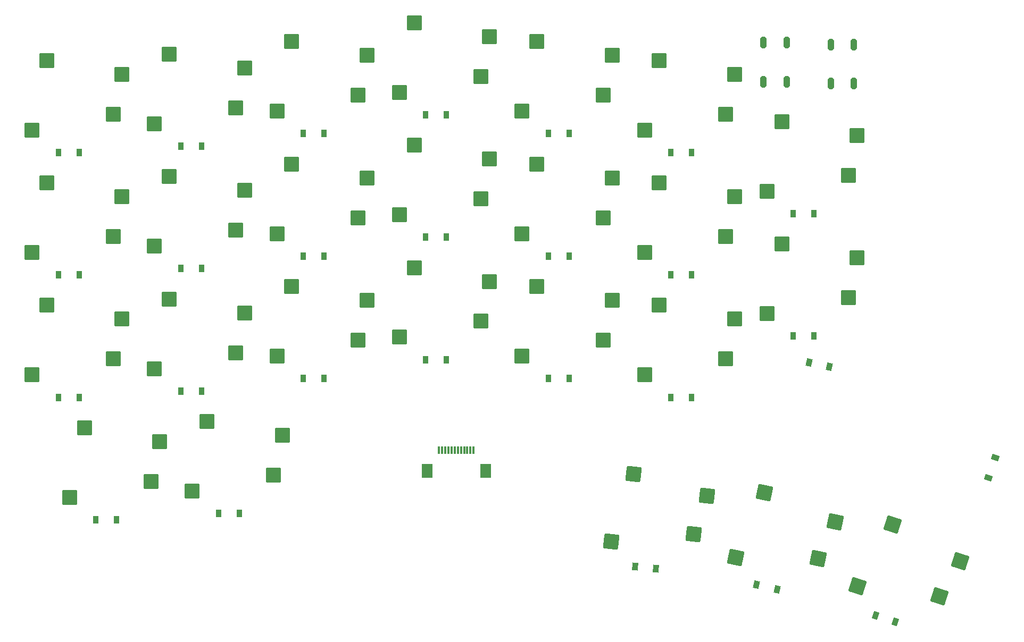
<source format=gbr>
%TF.GenerationSoftware,KiCad,Pcbnew,8.0.3+1*%
%TF.CreationDate,2024-08-06T22:55:28-04:00*%
%TF.ProjectId,iyada_flip,69796164-615f-4666-9c69-702e6b696361,rev?*%
%TF.SameCoordinates,Original*%
%TF.FileFunction,Paste,Bot*%
%TF.FilePolarity,Positive*%
%FSLAX46Y46*%
G04 Gerber Fmt 4.6, Leading zero omitted, Abs format (unit mm)*
G04 Created by KiCad (PCBNEW 8.0.3+1) date 2024-08-06 22:55:28*
%MOMM*%
%LPD*%
G01*
G04 APERTURE LIST*
G04 Aperture macros list*
%AMRoundRect*
0 Rectangle with rounded corners*
0 $1 Rounding radius*
0 $2 $3 $4 $5 $6 $7 $8 $9 X,Y pos of 4 corners*
0 Add a 4 corners polygon primitive as box body*
4,1,4,$2,$3,$4,$5,$6,$7,$8,$9,$2,$3,0*
0 Add four circle primitives for the rounded corners*
1,1,$1+$1,$2,$3*
1,1,$1+$1,$4,$5*
1,1,$1+$1,$6,$7*
1,1,$1+$1,$8,$9*
0 Add four rect primitives between the rounded corners*
20,1,$1+$1,$2,$3,$4,$5,0*
20,1,$1+$1,$4,$5,$6,$7,0*
20,1,$1+$1,$6,$7,$8,$9,0*
20,1,$1+$1,$8,$9,$2,$3,0*%
%AMRotRect*
0 Rectangle, with rotation*
0 The origin of the aperture is its center*
0 $1 length*
0 $2 width*
0 $3 Rotation angle, in degrees counterclockwise*
0 Add horizontal line*
21,1,$1,$2,0,0,$3*%
%AMOutline5P*
0 Free polygon, 5 corners , with rotation*
0 The origin of the aperture is its center*
0 number of corners: always 5*
0 $1 to $10 corner X, Y*
0 $11 Rotation angle, in degrees counterclockwise*
0 create outline with 5 corners*
4,1,5,$1,$2,$3,$4,$5,$6,$7,$8,$9,$10,$1,$2,$11*%
%AMOutline6P*
0 Free polygon, 6 corners , with rotation*
0 The origin of the aperture is its center*
0 number of corners: always 6*
0 $1 to $12 corner X, Y*
0 $13 Rotation angle, in degrees counterclockwise*
0 create outline with 6 corners*
4,1,6,$1,$2,$3,$4,$5,$6,$7,$8,$9,$10,$11,$12,$1,$2,$13*%
%AMOutline7P*
0 Free polygon, 7 corners , with rotation*
0 The origin of the aperture is its center*
0 number of corners: always 7*
0 $1 to $14 corner X, Y*
0 $15 Rotation angle, in degrees counterclockwise*
0 create outline with 7 corners*
4,1,7,$1,$2,$3,$4,$5,$6,$7,$8,$9,$10,$11,$12,$13,$14,$1,$2,$15*%
%AMOutline8P*
0 Free polygon, 8 corners , with rotation*
0 The origin of the aperture is its center*
0 number of corners: always 8*
0 $1 to $16 corner X, Y*
0 $17 Rotation angle, in degrees counterclockwise*
0 create outline with 8 corners*
4,1,8,$1,$2,$3,$4,$5,$6,$7,$8,$9,$10,$11,$12,$13,$14,$15,$16,$1,$2,$17*%
G04 Aperture macros list end*
%ADD10RoundRect,0.240000X-0.960000X-0.960000X0.960000X-0.960000X0.960000X0.960000X-0.960000X0.960000X0*%
%ADD11RoundRect,0.240000X1.138617X0.739426X-0.739426X1.138617X-1.138617X-0.739426X0.739426X-1.138617X0*%
%ADD12RotRect,0.900000X1.200000X348.000000*%
%ADD13RoundRect,0.240000X0.960000X0.960000X-0.960000X0.960000X-0.960000X-0.960000X0.960000X-0.960000X0*%
%ADD14RotRect,0.900000X1.200000X72.000000*%
%ADD15R,0.900000X1.200000*%
%ADD16RoundRect,0.240000X-1.209671X-0.616358X0.616358X-1.209671X1.209671X0.616358X-0.616358X1.209671X0*%
%ADD17RotRect,0.900000X1.200000X342.000000*%
%ADD18RoundRect,0.240000X-1.138617X-0.739426X0.739426X-1.138617X1.138617X0.739426X-0.739426X1.138617X0*%
%ADD19RoundRect,0.240000X1.209671X0.616358X-0.616358X1.209671X-1.209671X-0.616358X0.616358X-1.209671X0*%
%ADD20RotRect,0.900000X1.200000X354.000000*%
%ADD21RoundRect,0.240000X1.055088X0.854394X-0.854394X1.055088X-1.055088X-0.854394X0.854394X-1.055088X0*%
%ADD22RoundRect,0.240000X-1.055088X-0.854394X0.854394X-1.055088X1.055088X0.854394X-0.854394X1.055088X0*%
%ADD23Outline8P,-0.900000X0.275000X-0.625000X0.550000X0.625000X0.550000X0.900000X0.275000X0.900000X-0.275000X0.625000X-0.550000X-0.625000X-0.550000X-0.900000X-0.275000X270.000000*%
%ADD24R,0.300000X1.300000*%
%ADD25R,1.800000X2.200000*%
G04 APERTURE END LIST*
D10*
%TO.C,REF\u002A\u002A*%
X156882006Y-91155010D03*
X168882003Y-93355001D03*
%TD*%
D11*
%TO.C,REF\u002A\u002A*%
X201703622Y-134529191D03*
X188531012Y-134326012D03*
%TD*%
D12*
%TO.C,D14*%
X191889155Y-138689554D03*
X195117039Y-139375662D03*
%TD*%
D13*
%TO.C,REF\u002A\u002A*%
X147967007Y-77195010D03*
X135040009Y-79735008D03*
%TD*%
%TO.C,REF\u002A\u002A*%
X89467005Y-83195009D03*
X76540007Y-85735007D03*
%TD*%
D10*
%TO.C,REF\u002A\u002A*%
X117882011Y-52155017D03*
X129882008Y-54355008D03*
%TD*%
D13*
%TO.C,REF\u002A\u002A*%
X206467005Y-92945010D03*
X193540007Y-95485008D03*
%TD*%
D14*
%TO.C,D14*%
X228808278Y-121587078D03*
X229828034Y-118448592D03*
%TD*%
D13*
%TO.C,REF\u002A\u002A*%
X89467006Y-63695001D03*
X76540008Y-66234999D03*
%TD*%
D10*
%TO.C,REF\u002A\u002A*%
X176382012Y-55155013D03*
X188382009Y-57355004D03*
%TD*%
%TO.C,REF\u002A\u002A*%
X117882006Y-71655008D03*
X129882003Y-73854999D03*
%TD*%
D15*
%TO.C,D14*%
X80732005Y-69805019D03*
X84032013Y-69805021D03*
%TD*%
D13*
%TO.C,REF\u002A\u002A*%
X89466998Y-102695012D03*
X76540000Y-105235010D03*
%TD*%
D10*
%TO.C,REF\u002A\u002A*%
X78882011Y-55155007D03*
X90882008Y-57354998D03*
%TD*%
%TO.C,REF\u002A\u002A*%
X78882003Y-94155018D03*
X90882000Y-96355009D03*
%TD*%
D15*
%TO.C,D14*%
X119732001Y-86305003D03*
X123032009Y-86305005D03*
%TD*%
%TO.C,D14*%
X86732002Y-128305001D03*
X90032010Y-128305003D03*
%TD*%
D16*
%TO.C,REF\u002A\u002A*%
X213569049Y-129081310D03*
X224301890Y-134881839D03*
%TD*%
D17*
%TO.C,D14*%
X210801408Y-143585963D03*
X213939894Y-144605719D03*
%TD*%
D12*
%TO.C,D14*%
X200258017Y-103253902D03*
X203485901Y-103940010D03*
%TD*%
D18*
%TO.C,REF\u002A\u002A*%
X193125486Y-123975059D03*
X204405861Y-128621931D03*
%TD*%
D10*
%TO.C,REF\u002A\u002A*%
X176382007Y-94155010D03*
X188382004Y-96355001D03*
%TD*%
%TO.C,REF\u002A\u002A*%
X195882010Y-84405016D03*
X207882007Y-86605007D03*
%TD*%
%TO.C,REF\u002A\u002A*%
X104382012Y-112655009D03*
X116382009Y-114855000D03*
%TD*%
%TO.C,REF\u002A\u002A*%
X137382012Y-68655016D03*
X149382009Y-70855007D03*
%TD*%
D13*
%TO.C,REF\u002A\u002A*%
X114967007Y-121195003D03*
X102040009Y-123735001D03*
%TD*%
D15*
%TO.C,D14*%
X178232006Y-69805003D03*
X181532014Y-69805005D03*
%TD*%
D13*
%TO.C,REF\u002A\u002A*%
X186966998Y-83195002D03*
X174040000Y-85735000D03*
%TD*%
%TO.C,REF\u002A\u002A*%
X128467000Y-99695012D03*
X115540002Y-102235010D03*
%TD*%
%TO.C,REF\u002A\u002A*%
X206467010Y-73445000D03*
X193540012Y-75984998D03*
%TD*%
D10*
%TO.C,REF\u002A\u002A*%
X137382010Y-49155025D03*
X149382007Y-51355016D03*
%TD*%
D15*
%TO.C,D14*%
X80732001Y-89305009D03*
X84032009Y-89305011D03*
%TD*%
%TO.C,D14*%
X158731993Y-105805004D03*
X162032001Y-105805006D03*
%TD*%
D13*
%TO.C,REF\u002A\u002A*%
X128467001Y-80195002D03*
X115540003Y-82735000D03*
%TD*%
%TO.C,REF\u002A\u002A*%
X108967009Y-101695004D03*
X96040011Y-104235002D03*
%TD*%
%TO.C,REF\u002A\u002A*%
X167467001Y-99695004D03*
X154540003Y-102235002D03*
%TD*%
D10*
%TO.C,REF\u002A\u002A*%
X78882010Y-74655015D03*
X90882007Y-76855006D03*
%TD*%
%TO.C,REF\u002A\u002A*%
X84882018Y-113655010D03*
X96882015Y-115855001D03*
%TD*%
%TO.C,REF\u002A\u002A*%
X176382003Y-74655008D03*
X188382000Y-76854999D03*
%TD*%
D15*
%TO.C,D14*%
X158732007Y-66805003D03*
X162032015Y-66805005D03*
%TD*%
D13*
%TO.C,REF\u002A\u002A*%
X186967002Y-102695004D03*
X174040004Y-105235002D03*
%TD*%
D15*
%TO.C,D14*%
X139232000Y-63805001D03*
X142532008Y-63805003D03*
%TD*%
D13*
%TO.C,REF\u002A\u002A*%
X147967005Y-57695019D03*
X135040007Y-60235017D03*
%TD*%
%TO.C,REF\u002A\u002A*%
X108967008Y-82195000D03*
X96040010Y-84734998D03*
%TD*%
%TO.C,REF\u002A\u002A*%
X167467011Y-60694999D03*
X154540013Y-63234997D03*
%TD*%
%TO.C,REF\u002A\u002A*%
X147967002Y-96695012D03*
X135040004Y-99235010D03*
%TD*%
D15*
%TO.C,D14*%
X119732003Y-105805004D03*
X123032011Y-105805006D03*
%TD*%
%TO.C,D14*%
X80732001Y-108805005D03*
X84032009Y-108805007D03*
%TD*%
%TO.C,D14*%
X158731997Y-86305003D03*
X162032005Y-86305005D03*
%TD*%
D19*
%TO.C,REF\u002A\u002A*%
X220996977Y-140474278D03*
X207917767Y-138895299D03*
%TD*%
D13*
%TO.C,REF\u002A\u002A*%
X108967003Y-62695011D03*
X96040005Y-65235009D03*
%TD*%
D15*
%TO.C,D14*%
X100231999Y-107805000D03*
X103532007Y-107805002D03*
%TD*%
%TO.C,D14*%
X106232004Y-127305001D03*
X109532012Y-127305003D03*
%TD*%
D13*
%TO.C,REF\u002A\u002A*%
X95467013Y-122195004D03*
X82540015Y-124735002D03*
%TD*%
D10*
%TO.C,REF\u002A\u002A*%
X98382013Y-73655006D03*
X110382010Y-75854997D03*
%TD*%
%TO.C,REF\u002A\u002A*%
X156882008Y-71655016D03*
X168882005Y-73855007D03*
%TD*%
%TO.C,REF\u002A\u002A*%
X117882005Y-91155018D03*
X129882002Y-93355009D03*
%TD*%
D20*
%TO.C,D14*%
X172568701Y-135796843D03*
X175850623Y-136141787D03*
%TD*%
D15*
%TO.C,D14*%
X197732009Y-99055011D03*
X201032017Y-99055013D03*
%TD*%
%TO.C,D14*%
X139232012Y-83305006D03*
X142532020Y-83305008D03*
%TD*%
D10*
%TO.C,REF\u002A\u002A*%
X98382014Y-93155010D03*
X110382011Y-95355001D03*
%TD*%
D13*
%TO.C,REF\u002A\u002A*%
X128467006Y-60695011D03*
X115540008Y-63235009D03*
%TD*%
D15*
%TO.C,D14*%
X139232004Y-102804998D03*
X142532012Y-102805000D03*
%TD*%
D13*
%TO.C,REF\u002A\u002A*%
X186967007Y-63695007D03*
X174040009Y-66235005D03*
%TD*%
D21*
%TO.C,REF\u002A\u002A*%
X181894518Y-130633361D03*
X168772830Y-131808213D03*
%TD*%
D10*
%TO.C,REF\u002A\u002A*%
X156882016Y-52155005D03*
X168882013Y-54354996D03*
%TD*%
D15*
%TO.C,D14*%
X100231999Y-88305003D03*
X103532007Y-88305005D03*
%TD*%
D10*
%TO.C,REF\u002A\u002A*%
X98382008Y-54155017D03*
X110382005Y-56355008D03*
%TD*%
D15*
%TO.C,D14*%
X178232003Y-89305002D03*
X181532011Y-89305004D03*
%TD*%
%TO.C,D14*%
X178232005Y-108804998D03*
X181532013Y-108805000D03*
%TD*%
%TO.C,D14*%
X197732005Y-79555011D03*
X201032013Y-79555013D03*
%TD*%
D10*
%TO.C,REF\u002A\u002A*%
X195882015Y-64905006D03*
X207882012Y-67104997D03*
%TD*%
D15*
%TO.C,D14*%
X119731995Y-66805008D03*
X123032003Y-66805010D03*
%TD*%
D13*
%TO.C,REF\u002A\u002A*%
X167467003Y-80195010D03*
X154540005Y-82735008D03*
%TD*%
D15*
%TO.C,D14*%
X100232002Y-68804997D03*
X103532010Y-68804999D03*
%TD*%
D22*
%TO.C,REF\u002A\u002A*%
X172260177Y-121033720D03*
X183964479Y-124476007D03*
%TD*%
D10*
%TO.C,REF\u002A\u002A*%
X137382007Y-88155018D03*
X149382004Y-90355009D03*
%TD*%
D23*
%TO.C,B1*%
X192941003Y-52311007D03*
X192941009Y-58511009D03*
X196641015Y-52311003D03*
X196641021Y-58511005D03*
%TD*%
%TO.C,B1*%
X203681003Y-52625999D03*
X203681009Y-58826001D03*
X207381015Y-52625995D03*
X207381021Y-58825997D03*
%TD*%
D24*
%TO.C,REF\u002A\u002A*%
X146838015Y-117253010D03*
X146338000Y-117253009D03*
X145838000Y-117253008D03*
X145338001Y-117253008D03*
X144838001Y-117253008D03*
X144337998Y-117253005D03*
X143838000Y-117253008D03*
X143337996Y-117253013D03*
X142837998Y-117253009D03*
X142338001Y-117253008D03*
X141838002Y-117253004D03*
X141338001Y-117253008D03*
D25*
X148738001Y-120503008D03*
X139438001Y-120503008D03*
%TD*%
M02*

</source>
